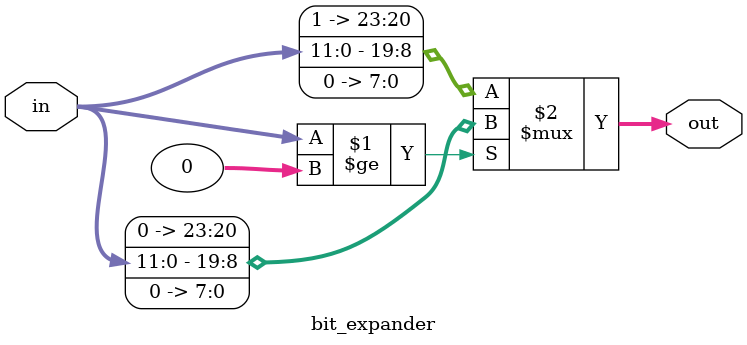
<source format=sv>
module bit_reducer #(
	//Input bit widths
	parameter from_width = 26,
	parameter from_sign_bits = 2,
	parameter from_int_bits = 8,
	localparam from_frac_bits = from_width-from_sign_bits-from_int_bits,
	
	// Output bit widths
	parameter width = 12,
	parameter sign_bits = 1,
	parameter int_bits = 3,
	localparam frac_bits = width-sign_bits-int_bits
)(
	input signed [from_width-1:0] in,
	output signed [width-1:0] out
);
	logic signed [width-1:0] p_temp; //Holds truncated output before rounding
	logic signed [from_int_bits:0] p_int; //Holds LSB sign bit and all integer bits of input
	
	assign p_int = in[(from_width-from_sign_bits) -: (from_int_bits+1)];
		
	assign p_temp = (in[from_width-1] != in[from_width-from_sign_bits]) ? {{sign_bits{1'b0}},{(width-sign_bits){1'b1}}} : //handling exception, set output to max positive
					(p_int > 2**int_bits-1) ? {{sign_bits{1'b0}},{(width-sign_bits){1'b1}}} : //positive overflow, set output to max positive
					(p_int < -2**int_bits) ? {{sign_bits{1'b1}},{(width-sign_bits){1'b0}}} : //negative overflow, set output to max negative
					{in[from_width-1 -: sign_bits] , in[from_frac_bits+int_bits-1 -: (width-sign_bits)]}; //normal case: sign bits + int_bits LSB of integer portion + frac_bits MSB of fractional portion
	
	assign out = (in[from_frac_bits-frac_bits-1]==0 || p_temp == {{sign_bits{1'b0}},{(width-sign_bits){1'b1}}} ) ? //check MSB of left-out frac part in in. If that is 0, out=p_temp.
				// If that is 1, but p_temp is max positive value, then also out=p_temp (because we don't want overflow)
				p_temp : p_temp+1; //otherwise round up out to p_temp+1, like 0.5 becomes 1
endmodule


// Scales UP {from_sign_bits,from_int_bits,from_frac_bits} input to {sign_bits,int_bits,frac_bits} output
// {from_sign_bits,from_int_bits,from_frac_bits} respectively <= {sign_bits,int_bits,frac_bits}
// Assumes all from_sign bits are the same
module bit_expander #(
	//Input bit widths
	parameter from_width = 12,
	parameter from_sign_bits = 1,
	parameter from_int_bits = 3,
	localparam from_frac_bits = from_width-from_sign_bits-from_int_bits,
	
	// Output bit widths
	parameter width = 24,
	parameter sign_bits = 2,
	parameter int_bits = 6,
	localparam frac_bits = width-sign_bits-int_bits
)(
	input signed [from_width-1:0] in,
	output signed [width-1:0] out
);
	//For positive numbers, add 0s at beginning. For negative numbers, add 1s at beginning
	//Always add 0s in frac portion at end
	assign out = (in>=0) ?
				{ {(sign_bits+int_bits-from_int_bits-1){1'b0}}, in, {(frac_bits-from_frac_bits){1'b0}} } :
				{ {(sign_bits+int_bits-from_int_bits-1){1'b1}}, in, {(frac_bits-from_frac_bits){1'b0}} };
endmodule

</source>
